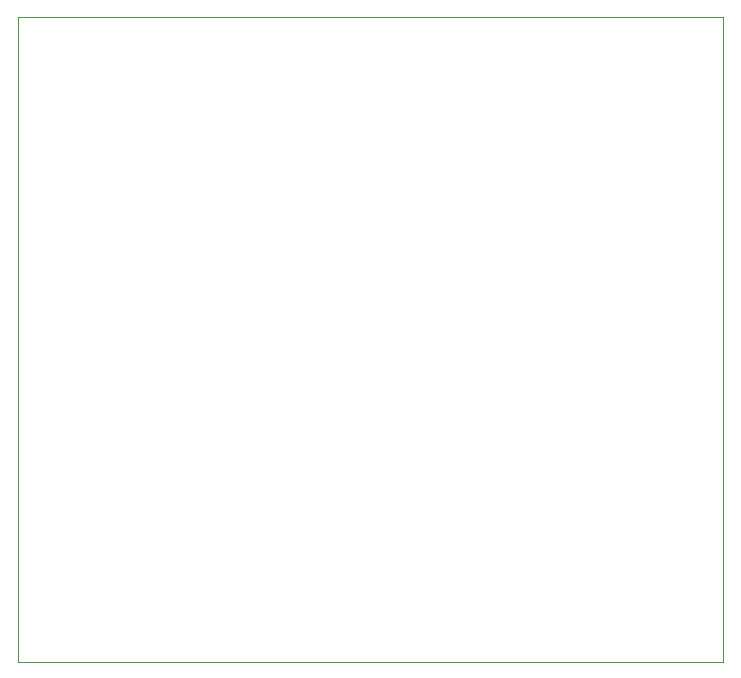
<source format=gm1>
%TF.GenerationSoftware,KiCad,Pcbnew,8.0.7*%
%TF.CreationDate,2025-04-08T08:44:32+02:00*%
%TF.ProjectId,Am29F400B-MEGA-adapter,416d3239-4634-4303-9042-2d4d4547412d,rev?*%
%TF.SameCoordinates,Original*%
%TF.FileFunction,Profile,NP*%
%FSLAX46Y46*%
G04 Gerber Fmt 4.6, Leading zero omitted, Abs format (unit mm)*
G04 Created by KiCad (PCBNEW 8.0.7) date 2025-04-08 08:44:32*
%MOMM*%
%LPD*%
G01*
G04 APERTURE LIST*
%TA.AperFunction,Profile*%
%ADD10C,0.050000*%
%TD*%
G04 APERTURE END LIST*
D10*
X111760000Y-116840000D02*
X111760000Y-118110000D01*
X171450000Y-63500000D02*
X114300000Y-63500000D01*
X171450000Y-69850000D02*
X171450000Y-63500000D01*
X171450000Y-118110000D02*
X171450000Y-69850000D01*
X166370000Y-118110000D02*
X171450000Y-118110000D01*
X161290000Y-118110000D02*
X166370000Y-118110000D01*
X111760000Y-118110000D02*
X161290000Y-118110000D01*
X111760000Y-63500000D02*
X111760000Y-116840000D01*
X114300000Y-63500000D02*
X111760000Y-63500000D01*
M02*

</source>
